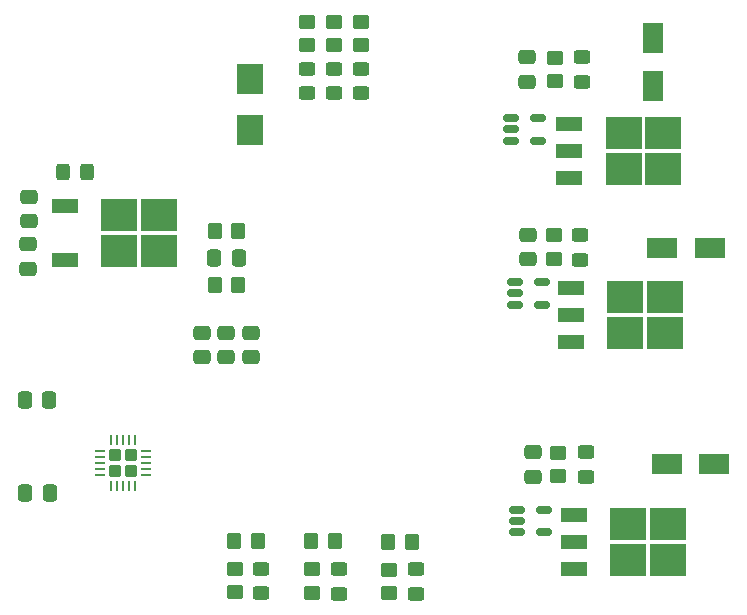
<source format=gtp>
G04 #@! TF.GenerationSoftware,KiCad,Pcbnew,(6.0.2)*
G04 #@! TF.CreationDate,2022-04-11T22:25:36+02:00*
G04 #@! TF.ProjectId,szafa_led_driver,737a6166-615f-46c6-9564-5f6472697665,rev?*
G04 #@! TF.SameCoordinates,Original*
G04 #@! TF.FileFunction,Paste,Top*
G04 #@! TF.FilePolarity,Positive*
%FSLAX46Y46*%
G04 Gerber Fmt 4.6, Leading zero omitted, Abs format (unit mm)*
G04 Created by KiCad (PCBNEW (6.0.2)) date 2022-04-11 22:25:36*
%MOMM*%
%LPD*%
G01*
G04 APERTURE LIST*
G04 Aperture macros list*
%AMRoundRect*
0 Rectangle with rounded corners*
0 $1 Rounding radius*
0 $2 $3 $4 $5 $6 $7 $8 $9 X,Y pos of 4 corners*
0 Add a 4 corners polygon primitive as box body*
4,1,4,$2,$3,$4,$5,$6,$7,$8,$9,$2,$3,0*
0 Add four circle primitives for the rounded corners*
1,1,$1+$1,$2,$3*
1,1,$1+$1,$4,$5*
1,1,$1+$1,$6,$7*
1,1,$1+$1,$8,$9*
0 Add four rect primitives between the rounded corners*
20,1,$1+$1,$2,$3,$4,$5,0*
20,1,$1+$1,$4,$5,$6,$7,0*
20,1,$1+$1,$6,$7,$8,$9,0*
20,1,$1+$1,$8,$9,$2,$3,0*%
G04 Aperture macros list end*
%ADD10RoundRect,0.250000X-0.350000X-0.450000X0.350000X-0.450000X0.350000X0.450000X-0.350000X0.450000X0*%
%ADD11RoundRect,0.250000X-0.475000X0.337500X-0.475000X-0.337500X0.475000X-0.337500X0.475000X0.337500X0*%
%ADD12RoundRect,0.150000X-0.512500X-0.150000X0.512500X-0.150000X0.512500X0.150000X-0.512500X0.150000X0*%
%ADD13RoundRect,0.250000X0.450000X-0.350000X0.450000X0.350000X-0.450000X0.350000X-0.450000X-0.350000X0*%
%ADD14RoundRect,0.250000X0.337500X0.475000X-0.337500X0.475000X-0.337500X-0.475000X0.337500X-0.475000X0*%
%ADD15R,3.050000X2.750000*%
%ADD16R,2.200000X1.200000*%
%ADD17RoundRect,0.250000X0.450000X-0.325000X0.450000X0.325000X-0.450000X0.325000X-0.450000X-0.325000X0*%
%ADD18RoundRect,0.250000X0.325000X0.450000X-0.325000X0.450000X-0.325000X-0.450000X0.325000X-0.450000X0*%
%ADD19R,2.500000X1.800000*%
%ADD20RoundRect,0.250000X-0.450000X0.350000X-0.450000X-0.350000X0.450000X-0.350000X0.450000X0.350000X0*%
%ADD21RoundRect,0.250000X-0.275000X-0.275000X0.275000X-0.275000X0.275000X0.275000X-0.275000X0.275000X0*%
%ADD22RoundRect,0.062500X-0.362500X-0.062500X0.362500X-0.062500X0.362500X0.062500X-0.362500X0.062500X0*%
%ADD23RoundRect,0.062500X-0.062500X-0.362500X0.062500X-0.362500X0.062500X0.362500X-0.062500X0.362500X0*%
%ADD24RoundRect,0.250000X-0.337500X-0.475000X0.337500X-0.475000X0.337500X0.475000X-0.337500X0.475000X0*%
%ADD25R,2.300000X2.500000*%
%ADD26RoundRect,0.250000X-0.450000X0.325000X-0.450000X-0.325000X0.450000X-0.325000X0.450000X0.325000X0*%
%ADD27RoundRect,0.250000X0.350000X0.450000X-0.350000X0.450000X-0.350000X-0.450000X0.350000X-0.450000X0*%
%ADD28R,1.800000X2.500000*%
%ADD29RoundRect,0.250000X0.475000X-0.337500X0.475000X0.337500X-0.475000X0.337500X-0.475000X-0.337500X0*%
G04 APERTURE END LIST*
D10*
X86496000Y-68601200D03*
X88496000Y-68601200D03*
D11*
X85394800Y-77245300D03*
X85394800Y-79320300D03*
X87477600Y-77245300D03*
X87477600Y-79320300D03*
D12*
X112115600Y-92232400D03*
X112115600Y-93182400D03*
X112115600Y-94132400D03*
X114390600Y-94132400D03*
X114390600Y-92232400D03*
D13*
X94742000Y-99282000D03*
X94742000Y-97282000D03*
D14*
X72483800Y-82956400D03*
X70408800Y-82956400D03*
D15*
X121107200Y-63347600D03*
X124457200Y-63347600D03*
X124457200Y-60297600D03*
X121107200Y-60297600D03*
D16*
X116482200Y-59542600D03*
X116482200Y-61822600D03*
X116482200Y-64102600D03*
D17*
X103530400Y-99323000D03*
X103530400Y-97273000D03*
D18*
X75717400Y-63605500D03*
X73667400Y-63605500D03*
D11*
X113000000Y-68962500D03*
X113000000Y-71037500D03*
X112928400Y-53906600D03*
X112928400Y-55981600D03*
D19*
X128397000Y-70104000D03*
X124397000Y-70104000D03*
D20*
X94284800Y-50917600D03*
X94284800Y-52917600D03*
D13*
X88239600Y-99231200D03*
X88239600Y-97231200D03*
D21*
X78064600Y-87615000D03*
X79364600Y-87615000D03*
X79364600Y-88915000D03*
X78064600Y-88915000D03*
D22*
X76789600Y-87265000D03*
X76789600Y-87765000D03*
X76789600Y-88265000D03*
X76789600Y-88765000D03*
X76789600Y-89265000D03*
D23*
X77714600Y-90190000D03*
X78214600Y-90190000D03*
X78714600Y-90190000D03*
X79214600Y-90190000D03*
X79714600Y-90190000D03*
D22*
X80639600Y-89265000D03*
X80639600Y-88765000D03*
X80639600Y-88265000D03*
X80639600Y-87765000D03*
X80639600Y-87265000D03*
D23*
X79714600Y-86340000D03*
X79214600Y-86340000D03*
X78714600Y-86340000D03*
X78214600Y-86340000D03*
X77714600Y-86340000D03*
D24*
X86442500Y-70887200D03*
X88517500Y-70887200D03*
D25*
X89500000Y-60050000D03*
X89500000Y-55750000D03*
D26*
X96570800Y-54905800D03*
X96570800Y-56955800D03*
D11*
X70764400Y-65713700D03*
X70764400Y-67788700D03*
D20*
X96570800Y-50917600D03*
X96570800Y-52917600D03*
D17*
X90424000Y-99263200D03*
X90424000Y-97213200D03*
D15*
X121252800Y-77242400D03*
X124602800Y-74192400D03*
X124602800Y-77242400D03*
X121252800Y-74192400D03*
D16*
X116627800Y-73437400D03*
X116627800Y-75717400D03*
X116627800Y-77997400D03*
D27*
X103158800Y-94945200D03*
X101158800Y-94945200D03*
D15*
X81778400Y-67236700D03*
X78428400Y-70286700D03*
X81778400Y-70286700D03*
X78428400Y-67236700D03*
D16*
X73803400Y-66481700D03*
X73803400Y-71041700D03*
D20*
X98856800Y-50917600D03*
X98856800Y-52917600D03*
D13*
X101244400Y-99298000D03*
X101244400Y-97298000D03*
D26*
X117957600Y-87367000D03*
X117957600Y-89417000D03*
D11*
X113436400Y-87354500D03*
X113436400Y-89429500D03*
D12*
X111556800Y-59080400D03*
X111556800Y-60030400D03*
X111556800Y-60980400D03*
X113831800Y-60980400D03*
X113831800Y-59080400D03*
D13*
X115265200Y-55965600D03*
X115265200Y-53965600D03*
D26*
X98856800Y-54905800D03*
X98856800Y-56955800D03*
D10*
X86480000Y-73173200D03*
X88480000Y-73173200D03*
D15*
X124856800Y-93445600D03*
X121506800Y-96495600D03*
X121506800Y-93445600D03*
X124856800Y-96495600D03*
D16*
X116881800Y-92690600D03*
X116881800Y-94970600D03*
X116881800Y-97250600D03*
D19*
X128796800Y-88392000D03*
X124796800Y-88392000D03*
D12*
X111912400Y-72964000D03*
X111912400Y-73914000D03*
X111912400Y-74864000D03*
X114187400Y-74864000D03*
X114187400Y-72964000D03*
D17*
X96977200Y-99323000D03*
X96977200Y-97273000D03*
D28*
X123571000Y-52324000D03*
X123571000Y-56324000D03*
D13*
X115214400Y-70967600D03*
X115214400Y-68967600D03*
D27*
X90138000Y-94894400D03*
X88138000Y-94894400D03*
D29*
X70713600Y-71801900D03*
X70713600Y-69726900D03*
D14*
X72542400Y-90779600D03*
X70467400Y-90779600D03*
D13*
X115570000Y-89401400D03*
X115570000Y-87401400D03*
D26*
X94284800Y-54905800D03*
X94284800Y-56955800D03*
X117551200Y-53931600D03*
X117551200Y-55981600D03*
D27*
X96640400Y-94894400D03*
X94640400Y-94894400D03*
D11*
X89560400Y-77245300D03*
X89560400Y-79320300D03*
D26*
X117449600Y-68993800D03*
X117449600Y-71043800D03*
M02*

</source>
